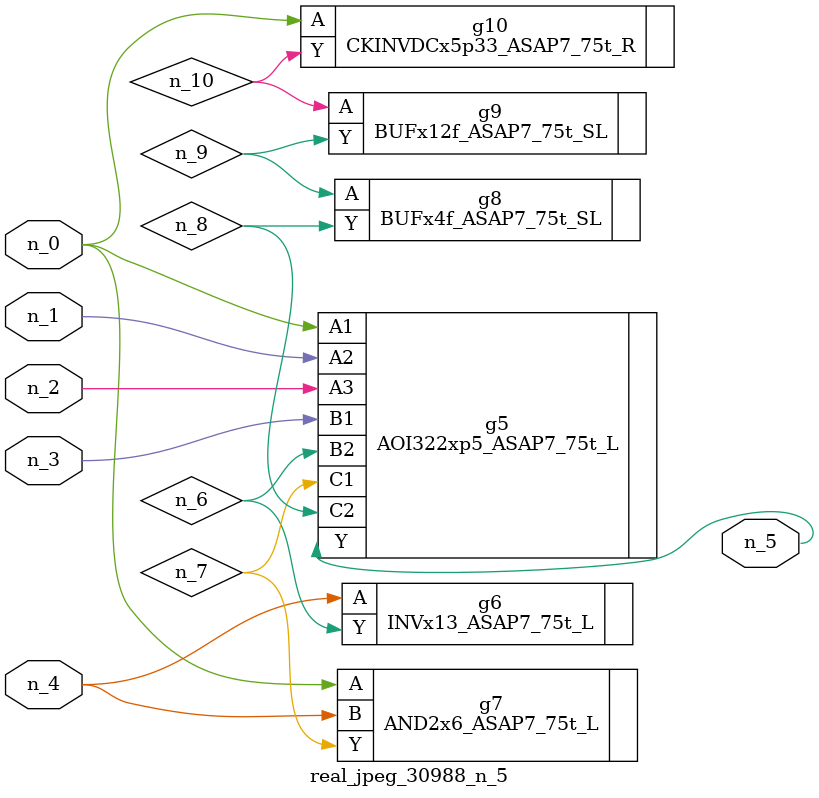
<source format=v>
module real_jpeg_30988_n_5 (n_4, n_0, n_1, n_2, n_3, n_5);

input n_4;
input n_0;
input n_1;
input n_2;
input n_3;

output n_5;

wire n_8;
wire n_6;
wire n_7;
wire n_10;
wire n_9;

AOI322xp5_ASAP7_75t_L g5 ( 
.A1(n_0),
.A2(n_1),
.A3(n_2),
.B1(n_3),
.B2(n_6),
.C1(n_7),
.C2(n_8),
.Y(n_5)
);

AND2x6_ASAP7_75t_L g7 ( 
.A(n_0),
.B(n_4),
.Y(n_7)
);

CKINVDCx5p33_ASAP7_75t_R g10 ( 
.A(n_0),
.Y(n_10)
);

INVx13_ASAP7_75t_L g6 ( 
.A(n_4),
.Y(n_6)
);

BUFx4f_ASAP7_75t_SL g8 ( 
.A(n_9),
.Y(n_8)
);

BUFx12f_ASAP7_75t_SL g9 ( 
.A(n_10),
.Y(n_9)
);


endmodule
</source>
